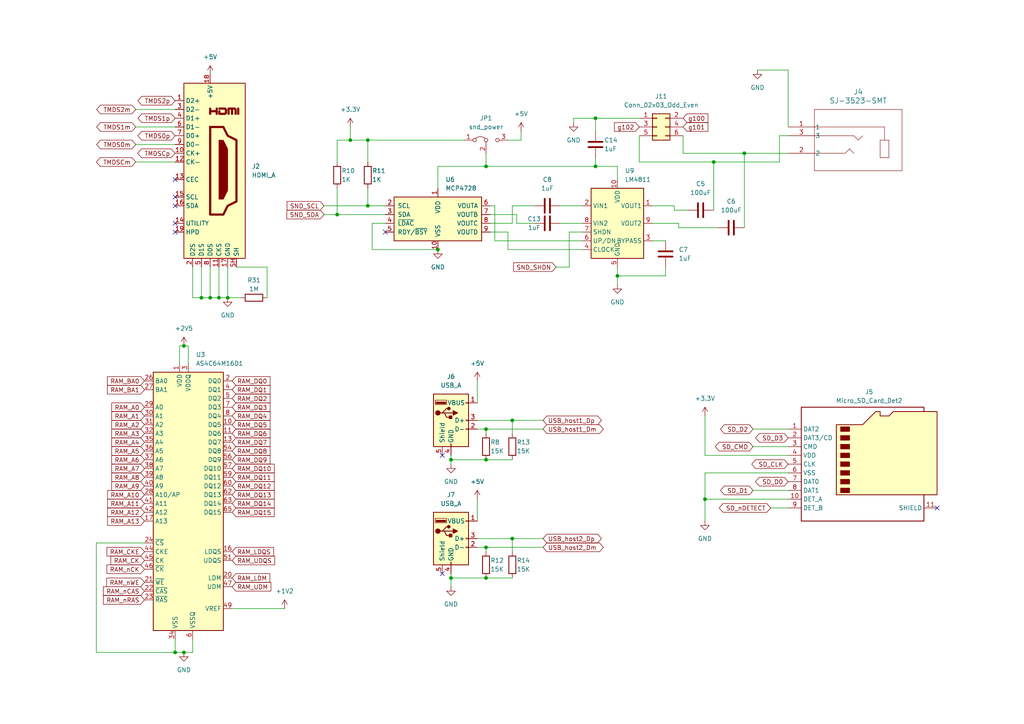
<source format=kicad_sch>
(kicad_sch (version 20230121) (generator eeschema)
  (paper "A4")
  (lib_symbols
    (symbol "Amplifier_Audio:LM4811"
      (property "Reference" "U" (at -6.35 11.43 0))
      (property "Value" "LM4811" (at 5.08 11.43 0))
      (symbol "LM4811_0_1"
        (rectangle (start -7.62 10.16) (end 7.62 -10.16) (stroke (width 0.254)) (fill (type background)))
      )
      (symbol "LM4811_1_1"
        (pin output line (at 10.16 5.08 180) (length 2.54) (name "VOUT1") (number "1"))
        (pin power_in line (at 0 12.7 270) (length 2.54) (name "VDD") (number "10"))
        (pin input line (at -10.16 5.08 0) (length 2.54) (name "VIN1") (number "2"))
        (pin passive line (at 10.16 -5.08 180) (length 2.54) (name "BYPASS") (number "3"))
        (pin input line (at -10.16 -7.62 0) (length 2.54) (name "CLOCK") (number "4"))
        (pin power_in line (at 0 -12.7 90) (length 2.54) (name "GND") (number "5"))
        (pin input line (at -10.16 -5.08 0) (length 2.54) (name "UP/DN") (number "6"))
        (pin input line (at -10.16 -2.54 0) (length 2.54) (name "SHDN") (number "7"))
        (pin input line (at -10.16 0 0) (length 2.54) (name "VIN2") (number "8"))
        (pin output line (at 10.16 0 180) (length 2.54) (name "VOUT2") (number "9"))
      )
    )
    (symbol "Analog_DAC:MCP4728" (pin_names (offset 1.016))
      (property "Reference" "U" (at -12.7 6.35 0))
      (property "Value" "MCP4728" (at 12.7 6.35 0))
      (symbol "MCP4728_0_1"
        (rectangle (start -12.7 5.08) (end 12.7 -7.62) (stroke (width 0.254)) (fill (type background)))
      )
      (symbol "MCP4728_1_1"
        (pin power_in line (at 0 7.62 270) (length 2.54) (name "VDD") (number "1"))
        (pin power_in line (at 0 -10.16 90) (length 2.54) (name "VSS") (number "10"))
        (pin input line (at -15.24 2.54 0) (length 2.54) (name "SCL") (number "2"))
        (pin bidirectional line (at -15.24 0 0) (length 2.54) (name "SDA") (number "3"))
        (pin input line (at -15.24 -2.54 0) (length 2.54) (name "~{LDAC}") (number "4"))
        (pin output line (at -15.24 -5.08 0) (length 2.54) (name "RDY/~{BSY}") (number "5"))
        (pin output line (at 15.24 2.54 180) (length 2.54) (name "VOUTA") (number "6"))
        (pin output line (at 15.24 0 180) (length 2.54) (name "VOUTB") (number "7"))
        (pin output line (at 15.24 -2.54 180) (length 2.54) (name "VOUTC") (number "8"))
        (pin output line (at 15.24 -5.08 180) (length 2.54) (name "VOUTD") (number "9"))
      )
    )
    (symbol "Connector:HDMI_A"
      (property "Reference" "J" (at -6.35 26.67 0))
      (property "Value" "HDMI_A" (at 10.16 26.67 0))
      (symbol "HDMI_A_0_0"
        (polyline (pts (xy 8.128 16.51) (xy 8.128 18.034)) (stroke (width 0.635)))
        (polyline (pts (xy 0 16.51) (xy 0 18.034) (xy 0 17.272) (xy 1.905 17.272) (xy 1.905 18.034) (xy 1.905 16.51)) (stroke (width 0.635)))
        (polyline (pts (xy 2.667 18.034) (xy 4.318 18.034) (xy 4.572 17.78) (xy 4.572 16.764) (xy 4.318 16.51) (xy 2.667 16.51) (xy 2.667 17.272)) (stroke (width 0.635)))
      )
      (symbol "HDMI_A_0_1"
        (rectangle (start -7.62 25.4) (end 10.16 -25.4) (stroke (width 0.254)) (fill (type background)))
        (polyline (pts (xy 2.54 8.89) (xy 3.81 8.89) (xy 5.08 6.35) (xy 5.08 -5.715) (xy 3.81 -8.255) (xy 2.54 -8.255) (xy 2.54 8.89)) (fill (type outline)))
        (polyline (pts (xy 5.334 16.51) (xy 5.334 18.034) (xy 6.35 18.034) (xy 6.35 16.51) (xy 6.35 18.034) (xy 7.112 18.034) (xy 7.366 17.78) (xy 7.366 16.51)) (stroke (width 0.635)))
        (polyline (pts (xy 0 12.7) (xy 0 -12.7) (xy 3.81 -12.7) (xy 5.08 -10.16) (xy 7.62 -8.89) (xy 7.62 8.89) (xy 5.08 10.16) (xy 3.81 12.7) (xy 0 12.7)) (stroke (width 0.635)))
      )
      (symbol "HDMI_A_1_1"
        (pin passive line (at -10.16 20.32 0) (length 2.54) (name "D2+") (number "1"))
        (pin passive line (at -10.16 5.08 0) (length 2.54) (name "CK+") (number "10"))
        (pin power_in line (at 2.54 -27.94 90) (length 2.54) (name "CKS") (number "11"))
        (pin passive line (at -10.16 2.54 0) (length 2.54) (name "CK-") (number "12"))
        (pin bidirectional line (at -10.16 -2.54 0) (length 2.54) (name "CEC") (number "13"))
        (pin passive line (at -10.16 -15.24 0) (length 2.54) (name "UTILITY") (number "14"))
        (pin passive line (at -10.16 -7.62 0) (length 2.54) (name "SCL") (number "15"))
        (pin bidirectional line (at -10.16 -10.16 0) (length 2.54) (name "SDA") (number "16"))
        (pin power_in line (at 5.08 -27.94 90) (length 2.54) (name "GND") (number "17"))
        (pin power_in line (at 0 27.94 270) (length 2.54) (name "+5V") (number "18"))
        (pin passive line (at -10.16 -17.78 0) (length 2.54) (name "HPD") (number "19"))
        (pin power_in line (at -5.08 -27.94 90) (length 2.54) (name "D2S") (number "2"))
        (pin passive line (at -10.16 17.78 0) (length 2.54) (name "D2-") (number "3"))
        (pin passive line (at -10.16 15.24 0) (length 2.54) (name "D1+") (number "4"))
        (pin power_in line (at -2.54 -27.94 90) (length 2.54) (name "D1S") (number "5"))
        (pin passive line (at -10.16 12.7 0) (length 2.54) (name "D1-") (number "6"))
        (pin passive line (at -10.16 10.16 0) (length 2.54) (name "D0+") (number "7"))
        (pin power_in line (at 0 -27.94 90) (length 2.54) (name "D0S") (number "8"))
        (pin passive line (at -10.16 7.62 0) (length 2.54) (name "D0-") (number "9"))
        (pin passive line (at 7.62 -27.94 90) (length 2.54) (name "SH") (number "SH"))
      )
    )
    (symbol "Connector:Micro_SD_Card_Det2"
      (property "Reference" "J" (at -16.51 17.78 0))
      (property "Value" "Micro_SD_Card_Det2" (at 16.51 17.78 0))
      (symbol "Micro_SD_Card_Det2_0_1"
        (rectangle (start -7.62 -6.985) (end -5.08 -8.255) (stroke (width 0.254)) (fill (type outline)))
        (rectangle (start -7.62 -4.445) (end -5.08 -5.715) (stroke (width 0.254)) (fill (type outline)))
        (rectangle (start -7.62 -1.905) (end -5.08 -3.175) (stroke (width 0.254)) (fill (type outline)))
        (rectangle (start -7.62 0.635) (end -5.08 -0.635) (stroke (width 0.254)) (fill (type outline)))
        (rectangle (start -7.62 3.175) (end -5.08 1.905) (stroke (width 0.254)) (fill (type outline)))
        (rectangle (start -7.62 5.715) (end -5.08 4.445) (stroke (width 0.254)) (fill (type outline)))
        (rectangle (start -7.62 8.255) (end -5.08 6.985) (stroke (width 0.254)) (fill (type outline)))
        (rectangle (start -7.62 10.795) (end -5.08 9.525) (stroke (width 0.254)) (fill (type outline)))
        (polyline (pts (xy 16.51 15.24) (xy 16.51 16.51) (xy -19.05 16.51) (xy -19.05 -16.51) (xy 16.51 -16.51) (xy 16.51 -8.89)) (stroke (width 0.254)))
        (polyline (pts (xy -8.89 -8.89) (xy -8.89 11.43) (xy -1.27 11.43) (xy 2.54 15.24) (xy 3.81 15.24) (xy 3.81 13.97) (xy 6.35 13.97) (xy 7.62 15.24) (xy 20.32 15.24) (xy 20.32 -8.89) (xy -8.89 -8.89)) (stroke (width 0.254)) (fill (type background)))
      )
      (symbol "Micro_SD_Card_Det2_1_1"
        (pin bidirectional line (at -22.86 10.16 0) (length 3.81) (name "DAT2") (number "1"))
        (pin passive line (at -22.86 -10.16 0) (length 3.81) (name "DET_A") (number "10"))
        (pin passive line (at 20.32 -12.7 180) (length 3.81) (name "SHIELD") (number "11"))
        (pin bidirectional line (at -22.86 7.62 0) (length 3.81) (name "DAT3/CD") (number "2"))
        (pin input line (at -22.86 5.08 0) (length 3.81) (name "CMD") (number "3"))
        (pin power_in line (at -22.86 2.54 0) (length 3.81) (name "VDD") (number "4"))
        (pin input line (at -22.86 0 0) (length 3.81) (name "CLK") (number "5"))
        (pin power_in line (at -22.86 -2.54 0) (length 3.81) (name "VSS") (number "6"))
        (pin bidirectional line (at -22.86 -5.08 0) (length 3.81) (name "DAT0") (number "7"))
        (pin bidirectional line (at -22.86 -7.62 0) (length 3.81) (name "DAT1") (number "8"))
        (pin passive line (at -22.86 -12.7 0) (length 3.81) (name "DET_B") (number "9"))
      )
    )
    (symbol "Connector:USB_A" (pin_names (offset 1.016))
      (property "Reference" "J" (at -5.08 11.43 0))
      (property "Value" "USB_A" (at -5.08 8.89 0))
      (symbol "USB_A_0_1"
        (rectangle (start -5.08 -7.62) (end 5.08 7.62) (stroke (width 0.254)) (fill (type background)))
        (circle (center -3.81 2.159) (radius 0.635) (stroke (width 0.254)) (fill (type outline)))
        (rectangle (start -1.524 4.826) (end -4.318 5.334) (fill (type outline)))
        (rectangle (start -1.27 4.572) (end -4.572 5.842))
        (circle (center -0.635 3.429) (radius 0.381) (stroke (width 0.254)) (fill (type outline)))
        (rectangle (start -0.127 -7.62) (end 0.127 -6.858))
        (polyline (pts (xy -3.175 2.159) (xy -2.54 2.159) (xy -1.27 3.429) (xy -0.635 3.429)) (stroke (width 0.254)))
        (polyline (pts (xy -2.54 2.159) (xy -1.905 2.159) (xy -1.27 0.889) (xy 0 0.889)) (stroke (width 0.254)))
        (polyline (pts (xy 0.635 2.794) (xy 0.635 1.524) (xy 1.905 2.159) (xy 0.635 2.794)) (stroke (width 0.254)) (fill (type outline)))
        (rectangle (start 0.254 1.27) (end -0.508 0.508) (stroke (width 0.254)) (fill (type outline)))
        (rectangle (start 5.08 -2.667) (end 4.318 -2.413))
        (rectangle (start 5.08 -0.127) (end 4.318 0.127))
        (rectangle (start 5.08 4.953) (end 4.318 5.207))
      )
      (symbol "USB_A_1_1"
        (polyline (pts (xy -1.905 2.159) (xy 0.635 2.159)) (stroke (width 0.254)))
        (pin power_in line (at 7.62 5.08 180) (length 2.54) (name "VBUS") (number "1"))
        (pin bidirectional line (at 7.62 -2.54 180) (length 2.54) (name "D-") (number "2"))
        (pin bidirectional line (at 7.62 0 180) (length 2.54) (name "D+") (number "3"))
        (pin power_in line (at 0 -10.16 90) (length 2.54) (name "GND") (number "4"))
        (pin passive line (at -2.54 -10.16 90) (length 2.54) (name "Shield") (number "5"))
      )
    )
    (symbol "Connector_Generic:Conn_02x03_Odd_Even" (pin_names (offset 1.016) hide)
      (property "Reference" "J" (at 1.27 5.08 0))
      (property "Value" "Conn_02x03_Odd_Even" (at 1.27 -5.08 0))
      (symbol "Conn_02x03_Odd_Even_1_1"
        (rectangle (start -1.27 -2.413) (end 0 -2.667) (stroke (width 0.1524)))
        (rectangle (start -1.27 0.127) (end 0 -0.127) (stroke (width 0.1524)))
        (rectangle (start -1.27 2.667) (end 0 2.413) (stroke (width 0.1524)))
        (rectangle (start -1.27 3.81) (end 3.81 -3.81) (stroke (width 0.254)) (fill (type background)))
        (rectangle (start 3.81 -2.413) (end 2.54 -2.667) (stroke (width 0.1524)))
        (rectangle (start 3.81 0.127) (end 2.54 -0.127) (stroke (width 0.1524)))
        (rectangle (start 3.81 2.667) (end 2.54 2.413) (stroke (width 0.1524)))
        (pin passive line (at -5.08 2.54 0) (length 3.81) (name "Pin_1") (number "1"))
        (pin passive line (at 7.62 2.54 180) (length 3.81) (name "Pin_2") (number "2"))
        (pin passive line (at -5.08 0 0) (length 3.81) (name "Pin_3") (number "3"))
        (pin passive line (at 7.62 0 180) (length 3.81) (name "Pin_4") (number "4"))
        (pin passive line (at -5.08 -2.54 0) (length 3.81) (name "Pin_5") (number "5"))
        (pin passive line (at 7.62 -2.54 180) (length 3.81) (name "Pin_6") (number "6"))
      )
    )
    (symbol "Device:C" (pin_numbers hide) (pin_names (offset 0.254))
      (property "Reference" "C" (at 0.635 2.54 0))
      (property "Value" "C" (at 0.635 -2.54 0))
      (symbol "C_0_1"
        (polyline (pts (xy -2.032 -0.762) (xy 2.032 -0.762)) (stroke (width 0.508)))
        (polyline (pts (xy -2.032 0.762) (xy 2.032 0.762)) (stroke (width 0.508)))
      )
      (symbol "C_1_1"
        (pin passive line (at 0 3.81 270) (length 2.794) (name "~") (number "1"))
        (pin passive line (at 0 -3.81 90) (length 2.794) (name "~") (number "2"))
      )
    )
    (symbol "Device:R" (pin_numbers hide) (pin_names (offset 0))
      (property "Reference" "R" (at 2.032 0 90))
      (property "Value" "R" (at 0 0 90))
      (symbol "R_0_1"
        (rectangle (start -1.016 -2.54) (end 1.016 2.54) (stroke (width 0.254)))
      )
      (symbol "R_1_1"
        (pin passive line (at 0 3.81 270) (length 1.27) (name "~") (number "1"))
        (pin passive line (at 0 -3.81 90) (length 1.27) (name "~") (number "2"))
      )
    )
    (symbol "Jumper:Jumper_3_Bridged12" (pin_names (offset 0) hide)
      (property "Reference" "JP" (at -2.54 -2.54 0))
      (property "Value" "Jumper_3_Bridged12" (at 0 2.794 0))
      (symbol "Jumper_3_Bridged12_0_0"
        (circle (center -3.302 0) (radius 0.508))
        (circle (center 0 0) (radius 0.508))
        (circle (center 3.302 0) (radius 0.508))
      )
      (symbol "Jumper_3_Bridged12_0_1"
        (arc (start -0.254 0.508) (mid -1.651 0.9912) (end -3.048 0.508))
        (polyline (pts (xy 0 -1.27) (xy 0 -0.508)))
      )
      (symbol "Jumper_3_Bridged12_1_1"
        (pin passive line (at -6.35 0 0) (length 2.54) (name "A") (number "1"))
        (pin passive line (at 0 -3.81 90) (length 2.54) (name "C") (number "2"))
        (pin passive line (at 6.35 0 180) (length 2.54) (name "B") (number "3"))
      )
    )
    (symbol "endeavour:AS4C64M16D1"
      (property "Reference" "U" (at -7.62 34.29 0))
      (property "Value" "AS4C64M16D1" (at 7.62 34.29 0))
      (symbol "AS4C64M16D1_0_1"
        (rectangle (start -10.16 33.02) (end 10.16 -41.91) (stroke (width 0.254)) (fill (type background)))
      )
      (symbol "AS4C64M16D1_1_0"
        (pin input line (at 12.7 -19.05 180) (length 2.54) (name "LDQS") (number "16"))
        (pin input line (at -12.7 -10.16 0) (length 2.54) (name "A13") (number "17"))
        (pin passive line (at -2.54 35.56 270) (length 2.54) hide (name "VDD") (number "18"))
        (pin no_connect line (at 6.35 -44.45 90) (length 2.54) hide (name "NC") (number "19"))
        (pin input line (at 12.7 -26.67 180) (length 2.54) (name "LDM") (number "20"))
        (pin no_connect line (at 6.35 -44.45 90) (length 2.54) hide (name "NC") (number "25"))
        (pin input line (at -12.7 -24.13 0) (length 2.54) (name "~{CK}") (number "46"))
        (pin input line (at 12.7 -35.56 180) (length 2.54) (name "VREF") (number "49"))
        (pin input line (at 12.7 -21.59 180) (length 2.54) (name "UDQS") (number "51"))
        (pin passive line (at 1.27 -44.45 90) (length 2.54) hide (name "VSSQ") (number "52"))
        (pin no_connect line (at 6.35 -44.45 90) (length 2.54) hide (name "NC") (number "53"))
      )
      (symbol "AS4C64M16D1_1_1"
        (pin power_in line (at -2.54 35.56 270) (length 2.54) (name "VDD") (number "1"))
        (pin bidirectional line (at 12.7 17.78 180) (length 2.54) (name "DQ5") (number "10"))
        (pin bidirectional line (at 12.7 15.24 180) (length 2.54) (name "DQ6") (number "11"))
        (pin passive line (at 1.27 -44.45 90) (length 2.54) hide (name "VSSQ") (number "12"))
        (pin bidirectional line (at 12.7 12.7 180) (length 2.54) (name "DQ7") (number "13"))
        (pin no_connect line (at -2.54 35.56 270) (length 2.54) hide (name "NC") (number "14"))
        (pin power_in line (at 0 35.56 270) (length 2.54) hide (name "VDDQ") (number "15"))
        (pin bidirectional line (at 12.7 30.48 180) (length 2.54) (name "DQ0") (number "2"))
        (pin input line (at -12.7 -27.94 0) (length 2.54) (name "~{WE}") (number "21"))
        (pin input line (at -12.7 -30.48 0) (length 2.54) (name "~{CAS}") (number "22"))
        (pin input line (at -12.7 -33.02 0) (length 2.54) (name "~{RAS}") (number "23"))
        (pin input line (at -12.7 -16.51 0) (length 2.54) (name "~{CS}") (number "24"))
        (pin input line (at -12.7 30.48 0) (length 2.54) (name "BA0") (number "26"))
        (pin input line (at -12.7 27.94 0) (length 2.54) (name "BA1") (number "27"))
        (pin input line (at -12.7 -2.54 0) (length 2.54) (name "A10/AP") (number "28"))
        (pin input line (at -12.7 22.86 0) (length 2.54) (name "A0") (number "29"))
        (pin power_in line (at 0 35.56 270) (length 2.54) (name "VDDQ") (number "3"))
        (pin input line (at -12.7 20.32 0) (length 2.54) (name "A1") (number "30"))
        (pin input line (at -12.7 17.78 0) (length 2.54) (name "A2") (number "31"))
        (pin input line (at -12.7 15.24 0) (length 2.54) (name "A3") (number "32"))
        (pin passive line (at -2.54 35.56 270) (length 2.54) hide (name "VDD") (number "33"))
        (pin power_in line (at -3.81 -44.45 90) (length 2.54) (name "VSS") (number "34"))
        (pin input line (at -12.7 12.7 0) (length 2.54) (name "A4") (number "35"))
        (pin input line (at -12.7 10.16 0) (length 2.54) (name "A5") (number "36"))
        (pin input line (at -12.7 7.62 0) (length 2.54) (name "A6") (number "37"))
        (pin input line (at -12.7 5.08 0) (length 2.54) (name "A7") (number "38"))
        (pin input line (at -12.7 2.54 0) (length 2.54) (name "A8") (number "39"))
        (pin bidirectional line (at 12.7 27.94 180) (length 2.54) (name "DQ1") (number "4"))
        (pin input line (at -12.7 0 0) (length 2.54) (name "A9") (number "40"))
        (pin input line (at -12.7 -5.08 0) (length 2.54) (name "A11") (number "41"))
        (pin input line (at -12.7 -7.62 0) (length 2.54) (name "A12") (number "42"))
        (pin no_connect line (at 6.35 -44.45 90) (length 2.54) hide (name "NC") (number "43"))
        (pin input line (at -12.7 -19.05 0) (length 2.54) (name "CKE") (number "44"))
        (pin input line (at -12.7 -21.59 0) (length 2.54) (name "CK") (number "45"))
        (pin input line (at 12.7 -29.21 180) (length 2.54) (name "UDM") (number "47"))
        (pin passive line (at -3.81 -44.45 90) (length 2.54) hide (name "VSS") (number "48"))
        (pin bidirectional line (at 12.7 25.4 180) (length 2.54) (name "DQ2") (number "5"))
        (pin no_connect line (at 6.35 -44.45 90) (length 2.54) hide (name "NC") (number "50"))
        (pin bidirectional line (at 12.7 10.16 180) (length 2.54) (name "DQ8") (number "54"))
        (pin passive line (at 0 35.56 270) (length 2.54) hide (name "VDDQ") (number "55"))
        (pin bidirectional line (at 12.7 7.62 180) (length 2.54) (name "DQ9") (number "56"))
        (pin bidirectional line (at 12.7 5.08 180) (length 2.54) (name "DQ10") (number "57"))
        (pin passive line (at 1.27 -44.45 90) (length 2.54) hide (name "VSSQ") (number "58"))
        (pin bidirectional line (at 12.7 2.54 180) (length 2.54) (name "DQ11") (number "59"))
        (pin power_in line (at 1.27 -44.45 90) (length 2.54) (name "VSSQ") (number "6"))
        (pin bidirectional line (at 12.7 0 180) (length 2.54) (name "DQ12") (number "60"))
        (pin passive line (at 0 35.56 270) (length 2.54) hide (name "VDDQ") (number "61"))
        (pin bidirectional line (at 12.7 -2.54 180) (length 2.54) (name "DQ13") (number "62"))
        (pin bidirectional line (at 12.7 -5.08 180) (length 2.54) (name "DQ14") (number "63"))
        (pin passive line (at 1.27 -44.45 90) (length 2.54) hide (name "VSSQ") (number "64"))
        (pin bidirectional line (at 12.7 -7.62 180) (length 2.54) (name "DQ15") (number "65"))
        (pin passive line (at -3.81 -44.45 90) (length 2.54) hide (name "VSS") (number "66"))
        (pin bidirectional line (at 12.7 22.86 180) (length 2.54) (name "DQ3") (number "7"))
        (pin bidirectional line (at 12.7 20.32 180) (length 2.54) (name "DQ4") (number "8"))
        (pin passive line (at 0 35.56 270) (length 2.54) hide (name "VDDQ") (number "9"))
      )
    )
    (symbol "endeavour:SJ-3523-SMT" (pin_names (offset 0.254))
      (property "Reference" "J" (at -20.32 10.16 0))
      (property "Value" "SJ-3523-SMT" (at -20.32 7.62 0))
      (symbol "SJ-3523-SMT_0_1"
        (polyline (pts (xy -33.02 -12.7) (xy -7.62 -12.7)) (stroke (width 0.127)))
        (polyline (pts (xy -33.02 5.08) (xy -33.02 -12.7)) (stroke (width 0.127)))
        (polyline (pts (xy -29.21 -8.89) (xy -29.21 -3.81)) (stroke (width 0.127)))
        (polyline (pts (xy -29.21 -3.81) (xy -26.67 -3.81)) (stroke (width 0.127)))
        (polyline (pts (xy -27.94 0) (xy -27.94 -3.81)) (stroke (width 0.127)))
        (polyline (pts (xy -26.67 -8.89) (xy -29.21 -8.89)) (stroke (width 0.127)))
        (polyline (pts (xy -26.67 -3.81) (xy -26.67 -8.89)) (stroke (width 0.127)))
        (polyline (pts (xy -20.32 -3.81) (xy -21.59 -2.54)) (stroke (width 0.127)))
        (polyline (pts (xy -19.05 -7.62) (xy -17.78 -6.35)) (stroke (width 0.127)))
        (polyline (pts (xy -19.05 -2.54) (xy -20.32 -3.81)) (stroke (width 0.127)))
        (polyline (pts (xy -17.78 -6.35) (xy -16.51 -7.62)) (stroke (width 0.127)))
        (polyline (pts (xy -7.62 -12.7) (xy -7.62 5.08)) (stroke (width 0.127)))
        (polyline (pts (xy -7.62 -7.62) (xy -16.51 -7.62)) (stroke (width 0.127)))
        (polyline (pts (xy -7.62 -2.54) (xy -19.05 -2.54)) (stroke (width 0.127)))
        (polyline (pts (xy -7.62 0) (xy -27.94 0)) (stroke (width 0.127)))
        (polyline (pts (xy -7.62 5.08) (xy -33.02 5.08)) (stroke (width 0.127)))
        (pin unspecified line (at 0 0 180) (length 7.62) (name "1") (number "1"))
        (pin unspecified line (at 0 -7.62 180) (length 7.62) (name "2") (number "2"))
        (pin unspecified line (at 0 -2.54 180) (length 7.62) (name "3") (number "3"))
      )
    )
    (symbol "power:+1V2" (power) (pin_names (offset 0))
      (property "Value" "+1V2" (at 0 3.556 0))
      (symbol "+1V2_0_1"
        (polyline (pts (xy -0.762 1.27) (xy 0 2.54)))
        (polyline (pts (xy 0 0) (xy 0 2.54)))
        (polyline (pts (xy 0 2.54) (xy 0.762 1.27)))
      )
      (symbol "+1V2_1_1"
        (pin power_in line (at 0 0 90) (length 0) hide (name "+1V2") (number "1"))
      )
    )
    (symbol "power:+2V5" (power) (pin_names (offset 0))
      (property "Value" "+2V5" (at 0 3.556 0))
      (symbol "+2V5_0_1"
        (polyline (pts (xy -0.762 1.27) (xy 0 2.54)))
        (polyline (pts (xy 0 0) (xy 0 2.54)))
        (polyline (pts (xy 0 2.54) (xy 0.762 1.27)))
      )
      (symbol "+2V5_1_1"
        (pin power_in line (at 0 0 90) (length 0) hide (name "+2V5") (number "1"))
      )
    )
    (symbol "power:+3.3V" (power) (pin_names (offset 0))
      (property "Value" "+3.3V" (at 0 3.556 0))
      (symbol "+3.3V_0_1"
        (polyline (pts (xy -0.762 1.27) (xy 0 2.54)))
        (polyline (pts (xy 0 0) (xy 0 2.54)))
        (polyline (pts (xy 0 2.54) (xy 0.762 1.27)))
      )
      (symbol "+3.3V_1_1"
        (pin power_in line (at 0 0 90) (length 0) hide (name "+3.3V") (number "1"))
      )
    )
    (symbol "power:+5V" (power) (pin_names (offset 0))
      (property "Value" "+5V" (at 0 3.556 0))
      (symbol "+5V_0_1"
        (polyline (pts (xy -0.762 1.27) (xy 0 2.54)))
        (polyline (pts (xy 0 0) (xy 0 2.54)))
        (polyline (pts (xy 0 2.54) (xy 0.762 1.27)))
      )
      (symbol "+5V_1_1"
        (pin power_in line (at 0 0 90) (length 0) hide (name "+5V") (number "1"))
      )
    )
    (symbol "power:GND" (power) (pin_names (offset 0))
      (property "Value" "GND" (at 0 -3.81 0))
      (symbol "GND_0_1"
        (polyline (pts (xy 0 0) (xy 0 -1.27) (xy 1.27 -1.27) (xy 0 -2.54) (xy -1.27 -1.27) (xy 0 -1.27)))
      )
      (symbol "GND_1_1"
        (pin power_in line (at 0 0 270) (length 0) hide (name "GND") (number "1"))
      )
    )
  )
  (junction (at 172.72 34.29))
  (junction (at 106.68 59.69))
  (junction (at 127 72.39))
  (junction (at 106.68 40.64))
  (junction (at 140.97 158.75))
  (junction (at 97.79 62.23))
  (junction (at 140.97 167.64))
  (junction (at 179.07 80.01))
  (junction (at 140.97 124.46))
  (junction (at 140.97 48.26))
  (junction (at 207.01 46.99))
  (junction (at 53.34 100.33))
  (junction (at 50.8 189.23))
  (junction (at 148.59 121.92))
  (junction (at 60.96 86.36))
  (junction (at 130.81 133.35))
  (junction (at 53.34 189.23))
  (junction (at 58.42 86.36))
  (junction (at 204.47 144.78))
  (junction (at 172.72 48.26))
  (junction (at 63.5 86.36))
  (junction (at 101.6 40.64))
  (junction (at 148.59 156.21))
  (junction (at 215.9 44.45))
  (junction (at 140.97 133.35))
  (junction (at 66.04 86.36))
  (junction (at 130.81 167.64))
  (no_connect (at 50.8 57.15))
  (no_connect (at 50.8 64.77))
  (no_connect (at 128.27 132.08))
  (no_connect (at 50.8 59.69))
  (no_connect (at 271.78 147.32))
  (no_connect (at 50.8 67.31))
  (no_connect (at 50.8 52.07))
  (no_connect (at 111.76 67.31))
  (no_connect (at 128.27 166.37))
  (wire (pts (xy 179.07 48.26) (xy 179.07 52.07)))
  (wire (pts (xy 50.8 185.42) (xy 50.8 189.23)))
  (wire (pts (xy 66.04 77.47) (xy 66.04 86.36)))
  (wire (pts (xy 147.32 72.39) (xy 168.91 72.39)))
  (wire (pts (xy 189.23 59.69) (xy 195.58 59.69)))
  (wire (pts (xy 148.59 121.92) (xy 157.48 121.92)))
  (wire (pts (xy 66.04 86.36) (xy 69.85 86.36)))
  (wire (pts (xy 27.94 157.48) (xy 27.94 189.23)))
  (wire (pts (xy 172.72 48.26) (xy 179.07 48.26)))
  (wire (pts (xy 106.68 40.64) (xy 101.6 40.64)))
  (wire (pts (xy 204.47 137.16) (xy 228.6 137.16)))
  (wire (pts (xy 106.68 59.69) (xy 111.76 59.69)))
  (wire (pts (xy 193.04 77.47) (xy 193.04 80.01)))
  (wire (pts (xy 149.86 62.23) (xy 149.86 64.77)))
  (wire (pts (xy 55.88 77.47) (xy 55.88 86.36)))
  (wire (pts (xy 77.47 86.36) (xy 77.47 77.47)))
  (wire (pts (xy 172.72 45.72) (xy 172.72 48.26)))
  (wire (pts (xy 185.42 46.99) (xy 207.01 46.99)))
  (wire (pts (xy 130.81 133.35) (xy 140.97 133.35)))
  (wire (pts (xy 142.24 59.69) (xy 143.51 59.69)))
  (wire (pts (xy 39.37 36.83) (xy 50.8 36.83)))
  (wire (pts (xy 195.58 60.96) (xy 199.39 60.96)))
  (wire (pts (xy 39.37 41.91) (xy 50.8 41.91)))
  (wire (pts (xy 165.1 67.31) (xy 168.91 67.31)))
  (wire (pts (xy 189.23 64.77) (xy 196.85 64.77)))
  (wire (pts (xy 207.01 46.99) (xy 207.01 60.96)))
  (wire (pts (xy 207.01 46.99) (xy 226.06 46.99)))
  (wire (pts (xy 39.37 31.75) (xy 50.8 31.75)))
  (wire (pts (xy 138.43 110.49) (xy 138.43 116.84)))
  (wire (pts (xy 58.42 77.47) (xy 58.42 86.36)))
  (wire (pts (xy 185.42 39.37) (xy 185.42 46.99)))
  (wire (pts (xy 140.97 158.75) (xy 157.48 158.75)))
  (wire (pts (xy 204.47 144.78) (xy 204.47 137.16)))
  (wire (pts (xy 218.44 124.46) (xy 228.6 124.46)))
  (wire (pts (xy 140.97 124.46) (xy 138.43 124.46)))
  (wire (pts (xy 142.24 67.31) (xy 147.32 67.31)))
  (wire (pts (xy 93.98 59.69) (xy 106.68 59.69)))
  (wire (pts (xy 148.59 64.77) (xy 148.59 59.69)))
  (wire (pts (xy 179.07 77.47) (xy 179.07 80.01)))
  (wire (pts (xy 196.85 64.77) (xy 196.85 66.04)))
  (wire (pts (xy 67.31 176.53) (xy 82.55 176.53)))
  (wire (pts (xy 127 48.26) (xy 140.97 48.26)))
  (wire (pts (xy 130.81 166.37) (xy 130.81 167.64)))
  (wire (pts (xy 162.56 59.69) (xy 168.91 59.69)))
  (wire (pts (xy 140.97 44.45) (xy 140.97 48.26)))
  (wire (pts (xy 149.86 64.77) (xy 154.94 64.77)))
  (wire (pts (xy 140.97 124.46) (xy 157.48 124.46)))
  (wire (pts (xy 166.37 34.29) (xy 166.37 35.56)))
  (wire (pts (xy 148.59 59.69) (xy 154.94 59.69)))
  (wire (pts (xy 53.34 189.23) (xy 55.88 189.23)))
  (wire (pts (xy 101.6 36.83) (xy 101.6 40.64)))
  (wire (pts (xy 63.5 77.47) (xy 63.5 86.36)))
  (wire (pts (xy 179.07 80.01) (xy 179.07 82.55)))
  (wire (pts (xy 77.47 77.47) (xy 68.58 77.47)))
  (wire (pts (xy 151.13 40.64) (xy 147.32 40.64)))
  (wire (pts (xy 189.23 69.85) (xy 193.04 69.85)))
  (wire (pts (xy 54.61 100.33) (xy 54.61 105.41)))
  (wire (pts (xy 60.96 77.47) (xy 60.96 86.36)))
  (wire (pts (xy 130.81 167.64) (xy 140.97 167.64)))
  (wire (pts (xy 148.59 121.92) (xy 138.43 121.92)))
  (wire (pts (xy 193.04 80.01) (xy 179.07 80.01)))
  (wire (pts (xy 93.98 62.23) (xy 97.79 62.23)))
  (wire (pts (xy 63.5 86.36) (xy 66.04 86.36)))
  (wire (pts (xy 143.51 69.85) (xy 168.91 69.85)))
  (wire (pts (xy 204.47 120.65) (xy 204.47 132.08)))
  (wire (pts (xy 142.24 62.23) (xy 149.86 62.23)))
  (wire (pts (xy 106.68 46.99) (xy 106.68 40.64)))
  (wire (pts (xy 142.24 64.77) (xy 148.59 64.77)))
  (wire (pts (xy 39.37 46.99) (xy 50.8 46.99)))
  (wire (pts (xy 215.9 44.45) (xy 215.9 66.04)))
  (wire (pts (xy 198.12 44.45) (xy 198.12 39.37)))
  (wire (pts (xy 127 54.61) (xy 127 48.26)))
  (wire (pts (xy 165.1 77.47) (xy 165.1 67.31)))
  (wire (pts (xy 130.81 167.64) (xy 130.81 170.18)))
  (wire (pts (xy 148.59 160.02) (xy 148.59 156.21)))
  (wire (pts (xy 140.97 125.73) (xy 140.97 124.46)))
  (wire (pts (xy 196.85 66.04) (xy 208.28 66.04)))
  (wire (pts (xy 148.59 156.21) (xy 138.43 156.21)))
  (wire (pts (xy 162.56 64.77) (xy 168.91 64.77)))
  (wire (pts (xy 204.47 151.13) (xy 204.47 144.78)))
  (wire (pts (xy 97.79 62.23) (xy 111.76 62.23)))
  (wire (pts (xy 111.76 64.77) (xy 107.95 64.77)))
  (wire (pts (xy 223.52 147.32) (xy 228.6 147.32)))
  (wire (pts (xy 55.88 189.23) (xy 55.88 185.42)))
  (wire (pts (xy 52.07 100.33) (xy 53.34 100.33)))
  (wire (pts (xy 107.95 72.39) (xy 127 72.39)))
  (wire (pts (xy 218.44 129.54) (xy 228.6 129.54)))
  (wire (pts (xy 27.94 157.48) (xy 41.91 157.48)))
  (wire (pts (xy 228.6 44.45) (xy 215.9 44.45)))
  (wire (pts (xy 172.72 34.29) (xy 166.37 34.29)))
  (wire (pts (xy 219.71 20.32) (xy 228.6 20.32)))
  (wire (pts (xy 140.97 133.35) (xy 148.59 133.35)))
  (wire (pts (xy 50.8 189.23) (xy 53.34 189.23)))
  (wire (pts (xy 143.51 59.69) (xy 143.51 69.85)))
  (wire (pts (xy 195.58 59.69) (xy 195.58 60.96)))
  (wire (pts (xy 55.88 86.36) (xy 58.42 86.36)))
  (wire (pts (xy 204.47 132.08) (xy 228.6 132.08)))
  (wire (pts (xy 97.79 46.99) (xy 97.79 40.64)))
  (wire (pts (xy 130.81 133.35) (xy 130.81 134.62)))
  (wire (pts (xy 53.34 100.33) (xy 54.61 100.33)))
  (wire (pts (xy 58.42 86.36) (xy 60.96 86.36)))
  (wire (pts (xy 140.97 167.64) (xy 148.59 167.64)))
  (wire (pts (xy 172.72 34.29) (xy 185.42 34.29)))
  (wire (pts (xy 148.59 125.73) (xy 148.59 121.92)))
  (wire (pts (xy 27.94 189.23) (xy 50.8 189.23)))
  (wire (pts (xy 172.72 34.29) (xy 172.72 38.1)))
  (wire (pts (xy 60.96 86.36) (xy 63.5 86.36)))
  (wire (pts (xy 140.97 160.02) (xy 140.97 158.75)))
  (wire (pts (xy 52.07 105.41) (xy 52.07 100.33)))
  (wire (pts (xy 228.6 20.32) (xy 228.6 36.83)))
  (wire (pts (xy 107.95 64.77) (xy 107.95 72.39)))
  (wire (pts (xy 140.97 158.75) (xy 138.43 158.75)))
  (wire (pts (xy 215.9 44.45) (xy 198.12 44.45)))
  (wire (pts (xy 106.68 40.64) (xy 134.62 40.64)))
  (wire (pts (xy 218.44 142.24) (xy 228.6 142.24)))
  (wire (pts (xy 106.68 54.61) (xy 106.68 59.69)))
  (wire (pts (xy 226.06 46.99) (xy 226.06 39.37)))
  (wire (pts (xy 140.97 48.26) (xy 172.72 48.26)))
  (wire (pts (xy 204.47 144.78) (xy 228.6 144.78)))
  (wire (pts (xy 147.32 67.31) (xy 147.32 72.39)))
  (wire (pts (xy 138.43 144.78) (xy 138.43 151.13)))
  (wire (pts (xy 148.59 156.21) (xy 157.48 156.21)))
  (wire (pts (xy 130.81 132.08) (xy 130.81 133.35)))
  (wire (pts (xy 97.79 40.64) (xy 101.6 40.64)))
  (wire (pts (xy 151.13 38.1) (xy 151.13 40.64)))
  (wire (pts (xy 97.79 54.61) (xy 97.79 62.23)))
  (wire (pts (xy 161.29 77.47) (xy 165.1 77.47)))
  (wire (pts (xy 226.06 39.37) (xy 228.6 39.37)))
  (global_label "RAM_A5" (shape input) (at 41.91 130.81 180) (property "Intersheetrefs" "${INTERSHEET_REFS}" (effects hide)))
  (global_label "g102" (shape input) (at 185.42 36.83 180) (property "Intersheetrefs" "${INTERSHEET_REFS}" (effects hide)))
  (global_label "USB_host2_Dm" (shape bidirectional) (at 157.48 158.75 0) (property "Intersheetrefs" "${INTERSHEET_REFS}" (effects hide)))
  (global_label "RAM_DQ8" (shape input) (at 67.31 130.81 0) (property "Intersheetrefs" "${INTERSHEET_REFS}" (effects hide)))
  (global_label "RAM_DQ7" (shape input) (at 67.31 128.27 0) (property "Intersheetrefs" "${INTERSHEET_REFS}" (effects hide)))
  (global_label "SD_CMD" (shape bidirectional) (at 218.44 129.54 180) (property "Intersheetrefs" "${INTERSHEET_REFS}" (effects hide)))
  (global_label "RAM_nWE" (shape input) (at 41.91 168.91 180) (property "Intersheetrefs" "${INTERSHEET_REFS}" (effects hide)))
  (global_label "g101" (shape input) (at 198.12 36.83 0) (property "Intersheetrefs" "${INTERSHEET_REFS}" (effects hide)))
  (global_label "RAM_A11" (shape input) (at 41.91 146.05 180) (property "Intersheetrefs" "${INTERSHEET_REFS}" (effects hide)))
  (global_label "RAM_LDM" (shape input) (at 67.31 167.64 0) (property "Intersheetrefs" "${INTERSHEET_REFS}" (effects hide)))
  (global_label "RAM_nCAS" (shape input) (at 41.91 171.45 180) (property "Intersheetrefs" "${INTERSHEET_REFS}" (effects hide)))
  (global_label "RAM_CKE" (shape input) (at 41.91 160.02 180) (property "Intersheetrefs" "${INTERSHEET_REFS}" (effects hide)))
  (global_label "RAM_nCK" (shape input) (at 41.91 165.1 180) (property "Intersheetrefs" "${INTERSHEET_REFS}" (effects hide)))
  (global_label "RAM_DQ1" (shape input) (at 67.31 113.03 0) (property "Intersheetrefs" "${INTERSHEET_REFS}" (effects hide)))
  (global_label "TMDS0m" (shape bidirectional) (at 39.37 41.91 180) (property "Intersheetrefs" "${INTERSHEET_REFS}" (effects hide)))
  (global_label "SD_nDETECT" (shape bidirectional) (at 223.52 147.32 180) (property "Intersheetrefs" "${INTERSHEET_REFS}" (effects hide)))
  (global_label "RAM_UDM" (shape input) (at 67.31 170.18 0) (property "Intersheetrefs" "${INTERSHEET_REFS}" (effects hide)))
  (global_label "USB_host2_Dp" (shape bidirectional) (at 157.48 156.21 0) (property "Intersheetrefs" "${INTERSHEET_REFS}" (effects hide)))
  (global_label "TMDS2p" (shape bidirectional) (at 50.8 29.21 180) (property "Intersheetrefs" "${INTERSHEET_REFS}" (effects hide)))
  (global_label "TMDS1p" (shape bidirectional) (at 50.8 34.29 180) (property "Intersheetrefs" "${INTERSHEET_REFS}" (effects hide)))
  (global_label "RAM_DQ9" (shape input) (at 67.31 133.35 0) (property "Intersheetrefs" "${INTERSHEET_REFS}" (effects hide)))
  (global_label "RAM_DQ15" (shape input) (at 67.31 148.59 0) (property "Intersheetrefs" "${INTERSHEET_REFS}" (effects hide)))
  (global_label "SD_CLK" (shape bidirectional) (at 228.6 134.62 180) (property "Intersheetrefs" "${INTERSHEET_REFS}" (effects hide)))
  (global_label "RAM_A2" (shape input) (at 41.91 123.19 180) (property "Intersheetrefs" "${INTERSHEET_REFS}" (effects hide)))
  (global_label "RAM_A1" (shape input) (at 41.91 120.65 180) (property "Intersheetrefs" "${INTERSHEET_REFS}" (effects hide)))
  (global_label "TMDSCp" (shape bidirectional) (at 50.8 44.45 180) (property "Intersheetrefs" "${INTERSHEET_REFS}" (effects hide)))
  (global_label "RAM_CK" (shape input) (at 41.91 162.56 180) (property "Intersheetrefs" "${INTERSHEET_REFS}" (effects hide)))
  (global_label "RAM_DQ5" (shape input) (at 67.31 123.19 0) (property "Intersheetrefs" "${INTERSHEET_REFS}" (effects hide)))
  (global_label "TMDSCm" (shape bidirectional) (at 39.37 46.99 180) (property "Intersheetrefs" "${INTERSHEET_REFS}" (effects hide)))
  (global_label "SND_SDA" (shape input) (at 93.98 62.23 180) (property "Intersheetrefs" "${INTERSHEET_REFS}" (effects hide)))
  (global_label "SD_D1" (shape bidirectional) (at 218.44 142.24 180) (property "Intersheetrefs" "${INTERSHEET_REFS}" (effects hide)))
  (global_label "TMDS2m" (shape bidirectional) (at 39.37 31.75 180) (property "Intersheetrefs" "${INTERSHEET_REFS}" (effects hide)))
  (global_label "RAM_LDQS" (shape input) (at 67.31 160.02 0) (property "Intersheetrefs" "${INTERSHEET_REFS}" (effects hide)))
  (global_label "RAM_nRAS" (shape input) (at 41.91 173.99 180) (property "Intersheetrefs" "${INTERSHEET_REFS}" (effects hide)))
  (global_label "RAM_DQ10" (shape input) (at 67.31 135.89 0) (property "Intersheetrefs" "${INTERSHEET_REFS}" (effects hide)))
  (global_label "RAM_A13" (shape input) (at 41.91 151.13 180) (property "Intersheetrefs" "${INTERSHEET_REFS}" (effects hide)))
  (global_label "RAM_DQ0" (shape input) (at 67.31 110.49 0) (property "Intersheetrefs" "${INTERSHEET_REFS}" (effects hide)))
  (global_label "TMDS0p" (shape bidirectional) (at 50.8 39.37 180) (property "Intersheetrefs" "${INTERSHEET_REFS}" (effects hide)))
  (global_label "SD_D0" (shape bidirectional) (at 228.6 139.7 180) (property "Intersheetrefs" "${INTERSHEET_REFS}" (effects hide)))
  (global_label "SND_SHDN" (shape input) (at 161.29 77.47 180) (property "Intersheetrefs" "${INTERSHEET_REFS}" (effects hide)))
  (global_label "SND_SCL" (shape input) (at 93.98 59.69 180) (property "Intersheetrefs" "${INTERSHEET_REFS}" (effects hide)))
  (global_label "RAM_DQ6" (shape input) (at 67.31 125.73 0) (property "Intersheetrefs" "${INTERSHEET_REFS}" (effects hide)))
  (global_label "SD_D3" (shape bidirectional) (at 228.6 127 180) (property "Intersheetrefs" "${INTERSHEET_REFS}" (effects hide)))
  (global_label "RAM_A4" (shape input) (at 41.91 128.27 180) (property "Intersheetrefs" "${INTERSHEET_REFS}" (effects hide)))
  (global_label "RAM_A7" (shape input) (at 41.91 135.89 180) (property "Intersheetrefs" "${INTERSHEET_REFS}" (effects hide)))
  (global_label "RAM_A3" (shape input) (at 41.91 125.73 180) (property "Intersheetrefs" "${INTERSHEET_REFS}" (effects hide)))
  (global_label "RAM_A12" (shape input) (at 41.91 148.59 180) (property "Intersheetrefs" "${INTERSHEET_REFS}" (effects hide)))
  (global_label "RAM_DQ11" (shape input) (at 67.31 138.43 0) (property "Intersheetrefs" "${INTERSHEET_REFS}" (effects hide)))
  (global_label "TMDS1m" (shape bidirectional) (at 39.37 36.83 180) (property "Intersheetrefs" "${INTERSHEET_REFS}" (effects hide)))
  (global_label "RAM_UDQS" (shape input) (at 67.31 162.56 0) (property "Intersheetrefs" "${INTERSHEET_REFS}" (effects hide)))
  (global_label "RAM_DQ4" (shape input) (at 67.31 120.65 0) (property "Intersheetrefs" "${INTERSHEET_REFS}" (effects hide)))
  (global_label "RAM_DQ14" (shape input) (at 67.31 146.05 0) (property "Intersheetrefs" "${INTERSHEET_REFS}" (effects hide)))
  (global_label "SD_D2" (shape bidirectional) (at 218.44 124.46 180) (property "Intersheetrefs" "${INTERSHEET_REFS}" (effects hide)))
  (global_label "RAM_BA0" (shape input) (at 41.91 110.49 180) (property "Intersheetrefs" "${INTERSHEET_REFS}" (effects hide)))
  (global_label "USB_host1_Dp" (shape bidirectional) (at 157.48 121.92 0) (property "Intersheetrefs" "${INTERSHEET_REFS}" (effects hide)))
  (global_label "RAM_A9" (shape input) (at 41.91 140.97 180) (property "Intersheetrefs" "${INTERSHEET_REFS}" (effects hide)))
  (global_label "g100" (shape input) (at 198.12 34.29 0) (property "Intersheetrefs" "${INTERSHEET_REFS}" (effects hide)))
  (global_label "RAM_DQ2" (shape input) (at 67.31 115.57 0) (property "Intersheetrefs" "${INTERSHEET_REFS}" (effects hide)))
  (global_label "USB_host1_Dm" (shape bidirectional) (at 157.48 124.46 0) (property "Intersheetrefs" "${INTERSHEET_REFS}" (effects hide)))
  (global_label "RAM_A8" (shape input) (at 41.91 138.43 180) (property "Intersheetrefs" "${INTERSHEET_REFS}" (effects hide)))
  (global_label "RAM_DQ12" (shape input) (at 67.31 140.97 0) (property "Intersheetrefs" "${INTERSHEET_REFS}" (effects hide)))
  (global_label "RAM_BA1" (shape input) (at 41.91 113.03 180) (property "Intersheetrefs" "${INTERSHEET_REFS}" (effects hide)))
  (global_label "RAM_DQ13" (shape input) (at 67.31 143.51 0) (property "Intersheetrefs" "${INTERSHEET_REFS}" (effects hide)))
  (global_label "RAM_A10" (shape input) (at 41.91 143.51 180) (property "Intersheetrefs" "${INTERSHEET_REFS}" (effects hide)))
  (global_label "RAM_A6" (shape input) (at 41.91 133.35 180) (property "Intersheetrefs" "${INTERSHEET_REFS}" (effects hide)))
  (global_label "RAM_A0" (shape input) (at 41.91 118.11 180) (property "Intersheetrefs" "${INTERSHEET_REFS}" (effects hide)))
  (global_label "RAM_DQ3" (shape input) (at 67.31 118.11 0) (property "Intersheetrefs" "${INTERSHEET_REFS}" (effects hide)))
  (symbol (lib_id "power:GND") (at 204.47 151.13 0) (unit 1)
    (property "Reference" "#PWR037" (effects hide))
    (property "Value" "GND" (at 204.47 156.21 0))
  )
  (symbol (lib_id "Device:C") (at 172.72 41.91 0) (unit 1)
    (property "Reference" "C14" (at 175.26 40.64 0) (effects (justify left)))
    (property "Value" "1uF" (at 175.26 43.18 0) (effects (justify left)))
    (property "Footprint" "Capacitor_SMD:C_0603_1608Metric" (effects hide))
  )
  (symbol (lib_id "Device:R") (at 148.59 163.83 0) (unit 1)
    (property "Reference" "R14" (at 149.86 162.56 0) (effects (justify left)))
    (property "Value" "15K" (at 149.86 165.1 0) (effects (justify left)))
    (property "Footprint" "Resistor_SMD:R_0603_1608Metric" (effects hide))
  )
  (symbol (lib_id "Device:C") (at 203.2 60.96 90) (unit 1)
    (property "Reference" "C5" (at 203.2 53.34 90))
    (property "Value" "100uF" (at 203.2 55.88 90))
    (property "Footprint" "Capacitor_Tantalum_SMD:CP_EIA-3528-12_Kemet-T" (effects hide))
  )
  (symbol (lib_id "Connector:Micro_SD_Card_Det2") (at 251.46 134.62 0) (unit 1)
    (property "Reference" "J5" (at 252.095 113.665 0))
    (property "Value" "Micro_SD_Card_Det2" (at 252.095 116.205 0))
    (property "Footprint" "Connector_Card:microSD_HC_Molex_104031-0811" (effects hide))
    (property "Datasheet" "https://www.hirose.com/en/product/document?clcode=&productname=&series=DM3&documenttype=Catalog&lang=en&documentid=D49662_en" (effects hide))
  )
  (symbol (lib_id "Device:C") (at 158.75 64.77 90) (unit 1)
    (property "Reference" "C13" (at 154.94 63.5 90))
    (property "Value" "1uF" (at 154.94 66.04 90))
    (property "Footprint" "Capacitor_SMD:C_0603_1608Metric" (effects hide))
  )
  (symbol (lib_id "power:+2V5") (at 53.34 100.33 0) (unit 1)
    (property "Reference" "#PWR010" (effects hide))
    (property "Value" "+2V5" (at 53.34 95.25 0))
  )
  (symbol (lib_id "power:+5V") (at 151.13 38.1 0) (unit 1)
    (property "Reference" "#PWR048" (effects hide))
    (property "Value" "+5V" (at 151.13 33.02 0))
  )
  (symbol (lib_id "power:+5V") (at 60.96 21.59 0) (unit 1)
    (property "Reference" "#PWR035" (effects hide))
    (property "Value" "+5V" (at 60.96 16.51 0))
  )
  (symbol (lib_id "power:GND") (at 179.07 82.55 0) (unit 1)
    (property "Reference" "#PWR047" (effects hide))
    (property "Value" "GND" (at 179.07 87.63 0))
  )
  (symbol (lib_id "power:GND") (at 130.81 134.62 0) (unit 1)
    (property "Reference" "#PWR028" (effects hide))
    (property "Value" "GND" (at 130.81 139.7 0))
  )
  (symbol (lib_id "Connector:HDMI_A") (at 60.96 49.53 0) (unit 1)
    (property "Reference" "J2" (at 73.025 48.26 0) (effects (justify left)))
    (property "Value" "HDMI_A" (at 73.025 50.8 0) (effects (justify left)))
    (property "Footprint" "Connector_HDMI:HDMI_A_Amphenol_10029449-x01xLF_Horizontal" (effects hide))
    (property "Datasheet" "https://en.wikipedia.org/wiki/HDMI" (effects hide))
  )
  (symbol (lib_id "endeavour:AS4C64M16D1") (at 54.61 140.97 0) (unit 1)
    (property "Reference" "U3" (at 56.8041 102.87 0) (effects (justify left)))
    (property "Value" "AS4C64M16D1" (at 56.8041 105.41 0) (effects (justify left)))
    (property "Footprint" "endeavour_footprints:TSOP66-400" (effects hide))
    (property "Datasheet" "https://www.alliancememory.com/wp-content/uploads/pdf/ddr1/1GB-AS4C64M16D1.pdf" (effects hide))
  )
  (symbol (lib_id "power:+5V") (at 138.43 144.78 0) (unit 1)
    (property "Reference" "#PWR031" (effects hide))
    (property "Value" "+5V" (at 138.43 139.7 0))
  )
  (symbol (lib_id "power:GND") (at 53.34 189.23 0) (unit 1)
    (property "Reference" "#PWR011" (effects hide))
    (property "Value" "GND" (at 53.34 194.31 0))
  )
  (symbol (lib_id "Analog_DAC:MCP4728") (at 127 62.23 0) (unit 1)
    (property "Reference" "U6" (at 129.1941 52.07 0) (effects (justify left)))
    (property "Value" "MCP4728" (at 129.1941 54.61 0) (effects (justify left)))
    (property "Footprint" "Package_SO:MSOP-10_3x3mm_P0.5mm" (effects hide))
    (property "Datasheet" "http://ww1.microchip.com/downloads/en/DeviceDoc/22187E.pdf" (effects hide))
  )
  (symbol (lib_id "Device:R") (at 140.97 163.83 0) (unit 1)
    (property "Reference" "R12" (at 142.24 162.56 0) (effects (justify left)))
    (property "Value" "15K" (at 142.24 165.1 0) (effects (justify left)))
    (property "Footprint" "Resistor_SMD:R_0603_1608Metric" (effects hide))
  )
  (symbol (lib_id "power:+5V") (at 138.43 110.49 0) (unit 1)
    (property "Reference" "#PWR030" (effects hide))
    (property "Value" "+5V" (at 138.43 105.41 0))
  )
  (symbol (lib_id "Device:C") (at 193.04 73.66 0) (unit 1)
    (property "Reference" "C7" (at 196.85 72.39 0) (effects (justify left)))
    (property "Value" "1uF" (at 196.85 74.93 0) (effects (justify left)))
    (property "Footprint" "Capacitor_SMD:C_0603_1608Metric" (effects hide))
  )
  (symbol (lib_id "power:GND") (at 66.04 86.36 0) (unit 1)
    (property "Reference" "#PWR034" (effects hide))
    (property "Value" "GND" (at 66.04 91.44 0))
  )
  (symbol (lib_id "power:GND") (at 130.81 170.18 0) (unit 1)
    (property "Reference" "#PWR029" (effects hide))
    (property "Value" "GND" (at 130.81 175.26 0))
  )
  (symbol (lib_id "Connector:USB_A") (at 130.81 121.92 0) (unit 1)
    (property "Reference" "J6" (at 130.81 109.22 0))
    (property "Value" "USB_A" (at 130.81 111.76 0))
    (property "Footprint" "Connector_USB:USB_A_Receptacle_GCT_USB1046" (effects hide))
    (property "Datasheet" " ~" (effects hide))
  )
  (symbol (lib_id "power:GND") (at 127 72.39 0) (unit 1)
    (property "Reference" "#PWR046" (effects hide))
    (property "Value" "GND" (at 127 77.47 0))
  )
  (symbol (lib_id "Device:R") (at 148.59 129.54 0) (unit 1)
    (property "Reference" "R13" (at 149.86 128.27 0) (effects (justify left)))
    (property "Value" "15K" (at 149.86 130.81 0) (effects (justify left)))
    (property "Footprint" "Resistor_SMD:R_0603_1608Metric" (effects hide))
  )
  (symbol (lib_id "Connector:USB_A") (at 130.81 156.21 0) (unit 1)
    (property "Reference" "J7" (at 130.81 143.51 0))
    (property "Value" "USB_A" (at 130.81 146.05 0))
    (property "Footprint" "Connector_USB:USB_A_Receptacle_GCT_USB1046" (effects hide))
    (property "Datasheet" " ~" (effects hide))
  )
  (symbol (lib_id "Amplifier_Audio:LM4811") (at 179.07 64.77 0) (unit 1)
    (property "Reference" "U9" (at 181.2641 49.53 0) (effects (justify left)))
    (property "Value" "LM4811" (at 181.2641 52.07 0) (effects (justify left)))
    (property "Footprint" "Package_SO:TSSOP-10_3x3mm_P0.5mm" (effects hide))
    (property "Datasheet" "http://www.ti.com/lit/ds/symlink/lm4811.pdf" (effects hide))
  )
  (symbol (lib_id "power:GND") (at 219.71 20.32 0) (mirror y) (unit 1)
    (property "Reference" "#PWR045" (effects hide))
    (property "Value" "GND" (at 219.71 25.4 0))
  )
  (symbol (lib_id "Connector_Generic:Conn_02x03_Odd_Even") (at 190.5 36.83 0) (unit 1)
    (property "Reference" "J11" (at 191.77 27.94 0))
    (property "Value" "Conn_02x03_Odd_Even" (at 191.77 30.48 0))
    (property "Footprint" "Connector_PinSocket_2.54mm:PinSocket_2x03_P2.54mm_Vertical" (effects hide))
  )
  (symbol (lib_id "Device:C") (at 212.09 66.04 90) (unit 1)
    (property "Reference" "C6" (at 212.09 58.42 90))
    (property "Value" "100uF" (at 212.09 60.96 90))
    (property "Footprint" "Capacitor_Tantalum_SMD:CP_EIA-3528-12_Kemet-T" (effects hide))
  )
  (symbol (lib_id "Device:R") (at 140.97 129.54 0) (unit 1)
    (property "Reference" "R8" (at 142.24 128.27 0) (effects (justify left)))
    (property "Value" "15K" (at 142.24 130.81 0) (effects (justify left)))
    (property "Footprint" "Resistor_SMD:R_0603_1608Metric" (effects hide))
  )
  (symbol (lib_id "Device:R") (at 97.79 50.8 0) (unit 1)
    (property "Reference" "R10" (at 99.06 49.53 0) (effects (justify left)))
    (property "Value" "1K" (at 99.06 52.07 0) (effects (justify left)))
    (property "Footprint" "Resistor_SMD:R_0603_1608Metric" (effects hide))
  )
  (symbol (lib_id "endeavour:SJ-3523-SMT") (at 228.6 36.83 0) (mirror y) (unit 1)
    (property "Reference" "J4" (at 248.92 26.67 0) (effects (font (size 1.524 1.524))))
    (property "Value" "SJ-3523-SMT" (at 248.92 29.21 0) (effects (font (size 1.524 1.524))))
    (property "Footprint" "endeavour_footprints:SJ-3523-SMT_CUD" (effects hide))
    (property "Datasheet" "SJ-3523-SMT" (effects hide))
  )
  (symbol (lib_id "Device:C") (at 158.75 59.69 90) (unit 1)
    (property "Reference" "C8" (at 158.75 52.07 90))
    (property "Value" "1uF" (at 158.75 54.61 90))
    (property "Footprint" "Capacitor_SMD:C_0603_1608Metric" (effects hide))
  )
  (symbol (lib_id "power:+3.3V") (at 204.47 120.65 0) (unit 1)
    (property "Reference" "#PWR036" (effects hide))
    (property "Value" "+3.3V" (at 204.47 115.57 0))
  )
  (symbol (lib_id "Device:R") (at 106.68 50.8 0) (unit 1)
    (property "Reference" "R11" (at 107.95 49.53 0) (effects (justify left)))
    (property "Value" "1K" (at 107.95 52.07 0) (effects (justify left)))
    (property "Footprint" "Resistor_SMD:R_0603_1608Metric" (effects hide))
  )
  (symbol (lib_id "Jumper:Jumper_3_Bridged12") (at 140.97 40.64 0) (unit 1)
    (property "Reference" "JP1" (at 140.97 34.29 0))
    (property "Value" "snd_power" (at 140.97 36.83 0))
    (property "Footprint" "Jumper:SolderJumper-3_P1.3mm_Open_Pad1.0x1.5mm" (effects hide))
  )
  (symbol (lib_id "power:+1V2") (at 82.55 176.53 0) (unit 1)
    (property "Reference" "#PWR012" (effects hide))
    (property "Value" "+1V2" (at 82.55 171.45 0))
  )
  (symbol (lib_id "Device:R") (at 73.66 86.36 90) (unit 1)
    (property "Reference" "R31" (at 73.66 81.28 90))
    (property "Value" "1M" (at 73.66 83.82 90))
    (property "Footprint" "Resistor_SMD:R_0603_1608Metric" (effects hide))
  )
  (symbol (lib_id "power:+3.3V") (at 101.6 36.83 0) (unit 1)
    (property "Reference" "#PWR049" (effects hide))
    (property "Value" "+3.3V" (at 101.6 31.75 0))
  )
  (symbol (lib_id "power:GND") (at 166.37 35.56 0) (unit 1)
    (property "Reference" "#PWR043" (effects hide))
    (property "Value" "GND" (at 166.37 40.64 0))
  )
)
</source>
